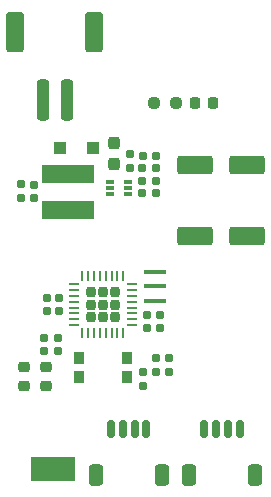
<source format=gtp>
G04 #@! TF.GenerationSoftware,KiCad,Pcbnew,7.0.5-0*
G04 #@! TF.CreationDate,2023-07-15T01:27:44-04:00*
G04 #@! TF.ProjectId,strato_connect,73747261-746f-45f6-936f-6e6e6563742e,rev?*
G04 #@! TF.SameCoordinates,Original*
G04 #@! TF.FileFunction,Paste,Top*
G04 #@! TF.FilePolarity,Positive*
%FSLAX46Y46*%
G04 Gerber Fmt 4.6, Leading zero omitted, Abs format (unit mm)*
G04 Created by KiCad (PCBNEW 7.0.5-0) date 2023-07-15 01:27:44*
%MOMM*%
%LPD*%
G01*
G04 APERTURE LIST*
G04 Aperture macros list*
%AMRoundRect*
0 Rectangle with rounded corners*
0 $1 Rounding radius*
0 $2 $3 $4 $5 $6 $7 $8 $9 X,Y pos of 4 corners*
0 Add a 4 corners polygon primitive as box body*
4,1,4,$2,$3,$4,$5,$6,$7,$8,$9,$2,$3,0*
0 Add four circle primitives for the rounded corners*
1,1,$1+$1,$2,$3*
1,1,$1+$1,$4,$5*
1,1,$1+$1,$6,$7*
1,1,$1+$1,$8,$9*
0 Add four rect primitives between the rounded corners*
20,1,$1+$1,$2,$3,$4,$5,0*
20,1,$1+$1,$4,$5,$6,$7,0*
20,1,$1+$1,$6,$7,$8,$9,0*
20,1,$1+$1,$8,$9,$2,$3,0*%
G04 Aperture macros list end*
%ADD10RoundRect,0.160000X0.197500X0.160000X-0.197500X0.160000X-0.197500X-0.160000X0.197500X-0.160000X0*%
%ADD11RoundRect,0.218750X0.218750X0.256250X-0.218750X0.256250X-0.218750X-0.256250X0.218750X-0.256250X0*%
%ADD12RoundRect,0.155000X0.155000X-0.212500X0.155000X0.212500X-0.155000X0.212500X-0.155000X-0.212500X0*%
%ADD13R,3.800000X2.000000*%
%ADD14RoundRect,0.160000X0.160000X-0.197500X0.160000X0.197500X-0.160000X0.197500X-0.160000X-0.197500X0*%
%ADD15RoundRect,0.250000X0.250000X1.500000X-0.250000X1.500000X-0.250000X-1.500000X0.250000X-1.500000X0*%
%ADD16RoundRect,0.250001X0.499999X1.449999X-0.499999X1.449999X-0.499999X-1.449999X0.499999X-1.449999X0*%
%ADD17RoundRect,0.237500X-0.237500X0.300000X-0.237500X-0.300000X0.237500X-0.300000X0.237500X0.300000X0*%
%ADD18RoundRect,0.155000X-0.212500X-0.155000X0.212500X-0.155000X0.212500X0.155000X-0.212500X0.155000X0*%
%ADD19R,0.700000X0.340000*%
%ADD20RoundRect,0.160000X-0.160000X0.197500X-0.160000X-0.197500X0.160000X-0.197500X0.160000X0.197500X0*%
%ADD21RoundRect,0.155000X-0.155000X0.212500X-0.155000X-0.212500X0.155000X-0.212500X0.155000X0.212500X0*%
%ADD22RoundRect,0.150000X-0.150000X-0.625000X0.150000X-0.625000X0.150000X0.625000X-0.150000X0.625000X0*%
%ADD23RoundRect,0.250000X-0.350000X-0.650000X0.350000X-0.650000X0.350000X0.650000X-0.350000X0.650000X0*%
%ADD24RoundRect,0.250000X-1.250000X-0.550000X1.250000X-0.550000X1.250000X0.550000X-1.250000X0.550000X0*%
%ADD25RoundRect,0.237500X-0.250000X-0.237500X0.250000X-0.237500X0.250000X0.237500X-0.250000X0.237500X0*%
%ADD26RoundRect,0.160000X-0.197500X-0.160000X0.197500X-0.160000X0.197500X0.160000X-0.197500X0.160000X0*%
%ADD27RoundRect,0.218750X0.256250X-0.218750X0.256250X0.218750X-0.256250X0.218750X-0.256250X-0.218750X0*%
%ADD28R,0.900000X1.000000*%
%ADD29R,1.900000X0.400000*%
%ADD30RoundRect,0.250000X0.300000X0.300000X-0.300000X0.300000X-0.300000X-0.300000X0.300000X-0.300000X0*%
%ADD31R,4.400000X1.500000*%
%ADD32RoundRect,0.155000X0.212500X0.155000X-0.212500X0.155000X-0.212500X-0.155000X0.212500X-0.155000X0*%
%ADD33RoundRect,0.207500X0.207500X0.207500X-0.207500X0.207500X-0.207500X-0.207500X0.207500X-0.207500X0*%
%ADD34RoundRect,0.062500X0.375000X0.062500X-0.375000X0.062500X-0.375000X-0.062500X0.375000X-0.062500X0*%
%ADD35RoundRect,0.062500X0.062500X0.375000X-0.062500X0.375000X-0.062500X-0.375000X0.062500X-0.375000X0*%
G04 APERTURE END LIST*
D10*
X152800000Y-86500000D03*
X151605000Y-86500000D03*
D11*
X165900000Y-65500000D03*
X164325000Y-65500000D03*
D12*
X150700000Y-73567500D03*
X150700000Y-72432500D03*
D13*
X152350000Y-96500000D03*
D14*
X160000000Y-89497500D03*
X160000000Y-88302500D03*
D15*
X153500000Y-65250000D03*
X151500000Y-65250000D03*
D16*
X155850000Y-59500000D03*
X149150000Y-59500000D03*
D10*
X161097500Y-73150000D03*
X159902500Y-73150000D03*
D17*
X157500000Y-68937500D03*
X157500000Y-70662500D03*
D18*
X160300000Y-84538000D03*
X161435000Y-84538000D03*
D19*
X157200000Y-72200000D03*
X157200000Y-72700000D03*
X157200000Y-73200000D03*
X158700000Y-73200000D03*
X158700000Y-72700000D03*
X158700000Y-72200000D03*
D20*
X162200000Y-87102500D03*
X162200000Y-88297500D03*
D10*
X161095000Y-71050000D03*
X159900000Y-71050000D03*
D21*
X152850000Y-82032500D03*
X152850000Y-83167500D03*
D10*
X152797500Y-85400000D03*
X151602500Y-85400000D03*
D22*
X157250000Y-93100000D03*
X158250000Y-93100000D03*
X159250000Y-93100000D03*
X160250000Y-93100000D03*
D23*
X155950000Y-96975000D03*
X161550000Y-96975000D03*
D24*
X164400000Y-70800000D03*
X168800000Y-70800000D03*
D20*
X161100000Y-87102500D03*
X161100000Y-88297500D03*
D25*
X160898000Y-65500000D03*
X162723000Y-65500000D03*
D26*
X159902500Y-72100000D03*
X161097500Y-72100000D03*
D20*
X149600000Y-72402500D03*
X149600000Y-73597500D03*
D27*
X151765000Y-89475000D03*
X151765000Y-87900000D03*
D24*
X164400000Y-76800000D03*
X168800000Y-76800000D03*
D28*
X158641000Y-88684000D03*
X158641000Y-87084000D03*
X154541000Y-88684000D03*
X154541000Y-87084000D03*
D29*
X161008000Y-79850000D03*
X161008000Y-81050000D03*
X161008000Y-82250000D03*
D21*
X151800000Y-82032500D03*
X151800000Y-83167500D03*
D18*
X160300000Y-83500000D03*
X161435000Y-83500000D03*
D22*
X165150000Y-93100000D03*
X166150000Y-93100000D03*
X167150000Y-93100000D03*
X168150000Y-93100000D03*
D23*
X163850000Y-96975000D03*
X169450000Y-96975000D03*
D27*
X149900000Y-89475000D03*
X149900000Y-87900000D03*
D30*
X155700000Y-69300000D03*
X152900000Y-69300000D03*
D31*
X153600000Y-71550000D03*
X153600000Y-74600000D03*
D14*
X158846500Y-70997500D03*
X158846500Y-69802500D03*
D32*
X161067500Y-70000000D03*
X159932500Y-70000000D03*
D33*
X157579000Y-83617500D03*
X157579000Y-82587500D03*
X157579000Y-81557500D03*
X156549000Y-83617500D03*
X156549000Y-82587500D03*
X156549000Y-81557500D03*
X155519000Y-83617500D03*
X155519000Y-82587500D03*
X155519000Y-81557500D03*
D34*
X158986500Y-84337500D03*
X158986500Y-83837500D03*
X158986500Y-83337500D03*
X158986500Y-82837500D03*
X158986500Y-82337500D03*
X158986500Y-81837500D03*
X158986500Y-81337500D03*
X158986500Y-80837500D03*
D35*
X158299000Y-80150000D03*
X157799000Y-80150000D03*
X157299000Y-80150000D03*
X156799000Y-80150000D03*
X156299000Y-80150000D03*
X155799000Y-80150000D03*
X155299000Y-80150000D03*
X154799000Y-80150000D03*
D34*
X154111500Y-80837500D03*
X154111500Y-81337500D03*
X154111500Y-81837500D03*
X154111500Y-82337500D03*
X154111500Y-82837500D03*
X154111500Y-83337500D03*
X154111500Y-83837500D03*
X154111500Y-84337500D03*
D35*
X154799000Y-85025000D03*
X155299000Y-85025000D03*
X155799000Y-85025000D03*
X156299000Y-85025000D03*
X156799000Y-85025000D03*
X157299000Y-85025000D03*
X157799000Y-85025000D03*
X158299000Y-85025000D03*
M02*

</source>
